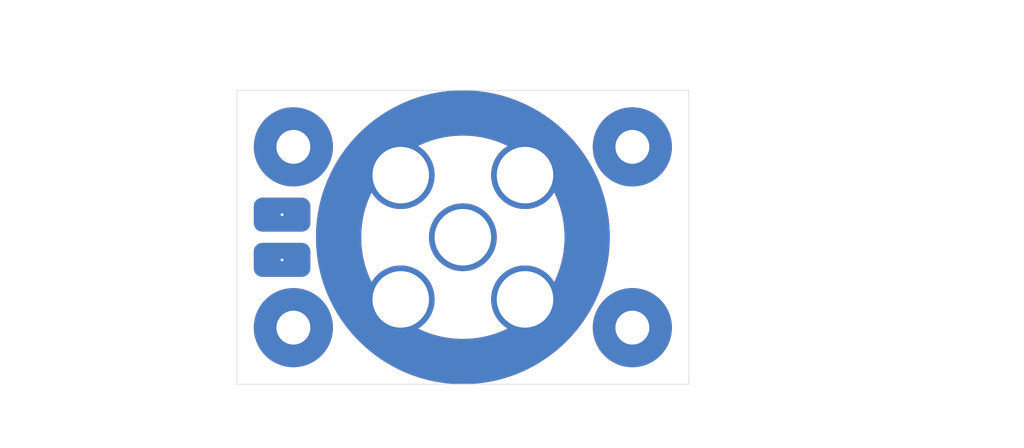
<source format=kicad_pcb>
(kicad_pcb (version 20171130) (host pcbnew 5.1.9+dfsg1-1)

  (general
    (thickness 1.6)
    (drawings 14)
    (tracks 0)
    (zones 0)
    (modules 6)
    (nets 3)
  )

  (page A4)
  (layers
    (0 F.Cu signal)
    (1 In1.Cu signal)
    (2 In2.Cu signal)
    (31 B.Cu signal)
    (32 B.Adhes user)
    (33 F.Adhes user)
    (34 B.Paste user)
    (35 F.Paste user)
    (36 B.SilkS user)
    (37 F.SilkS user)
    (38 B.Mask user)
    (39 F.Mask user)
    (40 Dwgs.User user)
    (41 Cmts.User user)
    (42 Eco1.User user)
    (43 Eco2.User user)
    (44 Edge.Cuts user)
    (45 Margin user)
    (46 B.CrtYd user)
    (47 F.CrtYd user)
    (48 B.Fab user)
    (49 F.Fab user)
  )

  (setup
    (last_trace_width 0.25)
    (trace_clearance 0.2)
    (zone_clearance 0.508)
    (zone_45_only no)
    (trace_min 0.2)
    (via_size 0.8)
    (via_drill 0.4)
    (via_min_size 0.4)
    (via_min_drill 0.3)
    (uvia_size 0.3)
    (uvia_drill 0.1)
    (uvias_allowed no)
    (uvia_min_size 0.2)
    (uvia_min_drill 0.1)
    (edge_width 0.05)
    (segment_width 0.2)
    (pcb_text_width 0.3)
    (pcb_text_size 1.5 1.5)
    (mod_edge_width 0.12)
    (mod_text_size 1 1)
    (mod_text_width 0.15)
    (pad_size 1.524 1.524)
    (pad_drill 0.762)
    (pad_to_mask_clearance 0)
    (aux_axis_origin 0 0)
    (visible_elements FFFFFF7F)
    (pcbplotparams
      (layerselection 0x010fc_ffffffff)
      (usegerberextensions false)
      (usegerberattributes true)
      (usegerberadvancedattributes true)
      (creategerberjobfile true)
      (excludeedgelayer true)
      (linewidth 0.100000)
      (plotframeref false)
      (viasonmask false)
      (mode 1)
      (useauxorigin false)
      (hpglpennumber 1)
      (hpglpenspeed 20)
      (hpglpendiameter 15.000000)
      (psnegative false)
      (psa4output false)
      (plotreference true)
      (plotvalue true)
      (plotinvisibletext false)
      (padsonsilk false)
      (subtractmaskfromsilk false)
      (outputformat 1)
      (mirror false)
      (drillshape 1)
      (scaleselection 1)
      (outputdirectory ""))
  )

  (net 0 "")
  (net 1 "Net-(J1-Pad1)")
  (net 2 "Net-(J1-Pad2)")

  (net_class Default "This is the default net class."
    (clearance 0.2)
    (trace_width 0.25)
    (via_dia 0.8)
    (via_drill 0.4)
    (uvia_dia 0.3)
    (uvia_drill 0.1)
    (add_net "Net-(J1-Pad1)")
    (add_net "Net-(J1-Pad2)")
  )

  (module custom-footprints:solder-pin-th-2pin (layer F.Cu) (tedit 63D230B7) (tstamp 63D39143)
    (at 119 95 90)
    (path /63D397E7)
    (fp_text reference J1 (at 0 0.5 90) (layer F.SilkS) hide
      (effects (font (size 1 1) (thickness 0.15)))
    )
    (fp_text value Conn_01x02_Female (at 0 -0.5 90) (layer F.Fab)
      (effects (font (size 1 1) (thickness 0.15)))
    )
    (pad 1 thru_hole roundrect (at 0 0 90) (size 3 5) (drill 0.25) (layers *.Cu *.Mask) (roundrect_rratio 0.25)
      (net 1 "Net-(J1-Pad1)"))
    (pad 2 thru_hole roundrect (at 4 0 90) (size 3 5) (drill 0.25) (layers *.Cu *.Mask) (roundrect_rratio 0.25)
      (net 2 "Net-(J1-Pad2)"))
  )

  (module custom-footprints:m3-d7-mounting-hole (layer F.Cu) (tedit 63D337D0) (tstamp 63D39148)
    (at 150 101)
    (path /63D39BDB)
    (fp_text reference J2 (at 0 0.5) (layer F.SilkS) hide
      (effects (font (size 1 1) (thickness 0.15)))
    )
    (fp_text value BOLT-HOLE (at 0 -0.5) (layer F.Fab)
      (effects (font (size 1 1) (thickness 0.15)))
    )
    (pad 1 thru_hole circle (at 0 0) (size 7 7) (drill 3) (layers *.Cu *.Mask)
      (net 2 "Net-(J1-Pad2)"))
  )

  (module custom-footprints:m3-d7-mounting-hole (layer F.Cu) (tedit 63D337D0) (tstamp 63D3914D)
    (at 120 85)
    (path /63D3A011)
    (fp_text reference J3 (at 0 0.5) (layer F.SilkS) hide
      (effects (font (size 1 1) (thickness 0.15)))
    )
    (fp_text value BOLT-HOLE (at 0 -0.5) (layer F.Fab)
      (effects (font (size 1 1) (thickness 0.15)))
    )
    (pad 1 thru_hole circle (at 0 0) (size 7 7) (drill 3) (layers *.Cu *.Mask)
      (net 2 "Net-(J1-Pad2)"))
  )

  (module custom-footprints:m3-d7-mounting-hole (layer F.Cu) (tedit 63D337D0) (tstamp 63D39152)
    (at 120 101)
    (path /63D3A1E1)
    (fp_text reference J4 (at 0 0.5) (layer F.SilkS) hide
      (effects (font (size 1 1) (thickness 0.15)))
    )
    (fp_text value BOLT-HOLE (at 0 -0.5) (layer F.Fab)
      (effects (font (size 1 1) (thickness 0.15)))
    )
    (pad 1 thru_hole circle (at 0 0) (size 7 7) (drill 3) (layers *.Cu *.Mask)
      (net 2 "Net-(J1-Pad2)"))
  )

  (module custom-footprints:m3-d7-mounting-hole (layer F.Cu) (tedit 63D337D0) (tstamp 63D39157)
    (at 150 85)
    (path /63D3A477)
    (fp_text reference J5 (at 0 0.5) (layer F.SilkS) hide
      (effects (font (size 1 1) (thickness 0.15)))
    )
    (fp_text value BOLT-HOLE (at 0 -0.5) (layer F.Fab)
      (effects (font (size 1 1) (thickness 0.15)))
    )
    (pad 1 thru_hole circle (at 0 0) (size 7 7) (drill 3) (layers *.Cu *.Mask)
      (net 2 "Net-(J1-Pad2)"))
  )

  (module custom-footprints:dragon-hotend-cutout (layer F.Cu) (tedit 63D33714) (tstamp 63D39164)
    (at 135 93)
    (path /63D3AC0F)
    (fp_text reference J6 (at 0 0.5) (layer F.SilkS) hide
      (effects (font (size 1 1) (thickness 0.15)))
    )
    (fp_text value DRAGON-HOTEND-SLOT (at 0 -0.5) (layer F.Fab)
      (effects (font (size 1 1) (thickness 0.15)))
    )
    (fp_circle (center 0 0) (end 11 0) (layer F.Mask) (width 4))
    (fp_circle (center 0 0) (end 11 0) (layer B.Mask) (width 4))
    (fp_circle (center 0 0) (end 11 0) (layer B.Cu) (width 4))
    (fp_circle (center 0 0) (end 11 0) (layer F.Cu) (width 4))
    (pad 1 thru_hole circle (at 5.5 -5.5) (size 6 6) (drill 5) (layers *.Cu *.Mask)
      (net 1 "Net-(J1-Pad1)"))
    (pad 1 thru_hole circle (at 5.5 5.5) (size 6 6) (drill 5) (layers *.Cu *.Mask)
      (net 1 "Net-(J1-Pad1)"))
    (pad 1 thru_hole circle (at -5.5 5.5) (size 6 6) (drill 5) (layers *.Cu *.Mask)
      (net 1 "Net-(J1-Pad1)"))
    (pad 1 thru_hole circle (at -5.5 -5.5) (size 6 6) (drill 5) (layers *.Cu *.Mask)
      (net 1 "Net-(J1-Pad1)"))
    (pad 1 thru_hole circle (at 0 0) (size 6 6) (drill 5) (layers *.Cu *.Mask)
      (net 1 "Net-(J1-Pad1)"))
  )

  (dimension 26 (width 0.15) (layer Dwgs.User)
    (gr_text "26.000 mm" (at 97.7 93 270) (layer Dwgs.User)
      (effects (font (size 1 1) (thickness 0.15)))
    )
    (feature1 (pts (xy 110 106) (xy 98.413579 106)))
    (feature2 (pts (xy 110 80) (xy 98.413579 80)))
    (crossbar (pts (xy 99 80) (xy 99 106)))
    (arrow1a (pts (xy 99 106) (xy 98.413579 104.873496)))
    (arrow1b (pts (xy 99 106) (xy 99.586421 104.873496)))
    (arrow2a (pts (xy 99 80) (xy 98.413579 81.126504)))
    (arrow2b (pts (xy 99 80) (xy 99.586421 81.126504)))
  )
  (dimension 50 (width 0.15) (layer Dwgs.User)
    (gr_text "50.000 mm" (at 135 72.7) (layer Dwgs.User)
      (effects (font (size 1 1) (thickness 0.15)))
    )
    (feature1 (pts (xy 160 80) (xy 160 73.413579)))
    (feature2 (pts (xy 110 80) (xy 110 73.413579)))
    (crossbar (pts (xy 110 74) (xy 160 74)))
    (arrow1a (pts (xy 160 74) (xy 158.873496 74.586421)))
    (arrow1b (pts (xy 160 74) (xy 158.873496 73.413579)))
    (arrow2a (pts (xy 110 74) (xy 111.126504 74.586421)))
    (arrow2b (pts (xy 110 74) (xy 111.126504 73.413579)))
  )
  (dimension 40 (width 0.15) (layer Dwgs.User)
    (gr_text "40.000 mm" (at 135 75.7) (layer Dwgs.User)
      (effects (font (size 1 1) (thickness 0.15)))
    )
    (feature1 (pts (xy 115 85) (xy 115 76.413579)))
    (feature2 (pts (xy 155 85) (xy 155 76.413579)))
    (crossbar (pts (xy 155 77) (xy 115 77)))
    (arrow1a (pts (xy 115 77) (xy 116.126504 76.413579)))
    (arrow1b (pts (xy 115 77) (xy 116.126504 77.586421)))
    (arrow2a (pts (xy 155 77) (xy 153.873496 76.413579)))
    (arrow2b (pts (xy 155 77) (xy 153.873496 77.586421)))
  )
  (dimension 16 (width 0.15) (layer Dwgs.User)
    (gr_text "16.000 mm" (at 183.3 93 90) (layer Dwgs.User)
      (effects (font (size 1 1) (thickness 0.15)))
    )
    (feature1 (pts (xy 155 85) (xy 182.586421 85)))
    (feature2 (pts (xy 155 101) (xy 182.586421 101)))
    (crossbar (pts (xy 182 101) (xy 182 85)))
    (arrow1a (pts (xy 182 85) (xy 182.586421 86.126504)))
    (arrow1b (pts (xy 182 85) (xy 181.413579 86.126504)))
    (arrow2a (pts (xy 182 101) (xy 182.586421 99.873496)))
    (arrow2b (pts (xy 182 101) (xy 181.413579 99.873496)))
  )
  (gr_line (start 115 106) (end 115 80) (layer Edge.Cuts) (width 0.05) (tstamp 63D3924A))
  (gr_line (start 155 106) (end 115 106) (layer Edge.Cuts) (width 0.05))
  (gr_line (start 155 80) (end 155 106) (layer Edge.Cuts) (width 0.05))
  (gr_line (start 115 80) (end 155 80) (layer Edge.Cuts) (width 0.05))
  (dimension 20 (width 0.15) (layer Dwgs.User)
    (gr_text "20.000 mm" (at 145 112.3) (layer Dwgs.User)
      (effects (font (size 1 1) (thickness 0.15)))
    )
    (feature1 (pts (xy 155 79) (xy 155 111.586421)))
    (feature2 (pts (xy 135 79) (xy 135 111.586421)))
    (crossbar (pts (xy 135 111) (xy 155 111)))
    (arrow1a (pts (xy 155 111) (xy 153.873496 111.586421)))
    (arrow1b (pts (xy 155 111) (xy 153.873496 110.413579)))
    (arrow2a (pts (xy 135 111) (xy 136.126504 111.586421)))
    (arrow2b (pts (xy 135 111) (xy 136.126504 110.413579)))
  )
  (dimension 20 (width 0.15) (layer Dwgs.User)
    (gr_text "20.000 mm" (at 125 111.3) (layer Dwgs.User)
      (effects (font (size 1 1) (thickness 0.15)))
    )
    (feature1 (pts (xy 115 79) (xy 115 110.586421)))
    (feature2 (pts (xy 135 79) (xy 135 110.586421)))
    (crossbar (pts (xy 135 110) (xy 115 110)))
    (arrow1a (pts (xy 115 110) (xy 116.126504 109.413579)))
    (arrow1b (pts (xy 115 110) (xy 116.126504 110.586421)))
    (arrow2a (pts (xy 135 110) (xy 133.873496 109.413579)))
    (arrow2b (pts (xy 135 110) (xy 133.873496 110.586421)))
  )
  (dimension 40 (width 0.15) (layer Dwgs.User)
    (gr_text "40.000 mm" (at 115 94.3) (layer Dwgs.User)
      (effects (font (size 1 1) (thickness 0.15)))
    )
    (feature1 (pts (xy 95 85) (xy 95 93.586421)))
    (feature2 (pts (xy 135 85) (xy 135 93.586421)))
    (crossbar (pts (xy 135 93) (xy 95 93)))
    (arrow1a (pts (xy 95 93) (xy 96.126504 92.413579)))
    (arrow1b (pts (xy 95 93) (xy 96.126504 93.586421)))
    (arrow2a (pts (xy 135 93) (xy 133.873496 92.413579)))
    (arrow2b (pts (xy 135 93) (xy 133.873496 93.586421)))
  )
  (dimension 40 (width 0.15) (layer Dwgs.User)
    (gr_text "40.000 mm" (at 155 102.3) (layer Dwgs.User)
      (effects (font (size 1 1) (thickness 0.15)))
    )
    (feature1 (pts (xy 175 93) (xy 175 101.586421)))
    (feature2 (pts (xy 135 93) (xy 135 101.586421)))
    (crossbar (pts (xy 135 101) (xy 175 101)))
    (arrow1a (pts (xy 175 101) (xy 173.873496 101.586421)))
    (arrow1b (pts (xy 175 101) (xy 173.873496 100.413579)))
    (arrow2a (pts (xy 135 101) (xy 136.126504 101.586421)))
    (arrow2b (pts (xy 135 101) (xy 136.126504 100.413579)))
  )
  (dimension 40 (width 0.15) (layer Dwgs.User)
    (gr_text "40.000 mm" (at 155 83.7) (layer Dwgs.User)
      (effects (font (size 1 1) (thickness 0.15)))
    )
    (feature1 (pts (xy 175 93) (xy 175 84.413579)))
    (feature2 (pts (xy 135 93) (xy 135 84.413579)))
    (crossbar (pts (xy 135 85) (xy 175 85)))
    (arrow1a (pts (xy 175 85) (xy 173.873496 85.586421)))
    (arrow1b (pts (xy 175 85) (xy 173.873496 84.413579)))
    (arrow2a (pts (xy 135 85) (xy 136.126504 85.586421)))
    (arrow2b (pts (xy 135 85) (xy 136.126504 84.413579)))
  )
  (dimension 40 (width 0.15) (layer Dwgs.User)
    (gr_text "40.000 mm" (at 115 102.3) (layer Dwgs.User)
      (effects (font (size 1 1) (thickness 0.15)))
    )
    (feature1 (pts (xy 95 93) (xy 95 101.586421)))
    (feature2 (pts (xy 135 93) (xy 135 101.586421)))
    (crossbar (pts (xy 135 101) (xy 95 101)))
    (arrow1a (pts (xy 95 101) (xy 96.126504 100.413579)))
    (arrow1b (pts (xy 95 101) (xy 96.126504 101.586421)))
    (arrow2a (pts (xy 135 101) (xy 133.873496 100.413579)))
    (arrow2b (pts (xy 135 101) (xy 133.873496 101.586421)))
  )

  (zone (net 2) (net_name "Net-(J1-Pad2)") (layer In1.Cu) (tstamp 63D392B2) (hatch edge 0.508)
    (connect_pads (clearance 0.508))
    (min_thickness 0.254)
    (fill yes (arc_segments 32) (thermal_gap 0.508) (thermal_bridge_width 0.508))
    (polygon
      (pts
        (xy 155 106) (xy 115 106) (xy 115 80) (xy 155 80)
      )
    )
    (filled_polygon
      (pts
        (xy 154.873 105.34) (xy 115.127 105.34) (xy 115.127 103.914155) (xy 117.26545 103.914155) (xy 117.661634 104.43455)
        (xy 118.376612 104.824748) (xy 119.153976 105.067964) (xy 119.963853 105.154851) (xy 120.775118 105.082069) (xy 121.556597 104.852415)
        (xy 122.278256 104.474715) (xy 122.338366 104.43455) (xy 122.73455 103.914155) (xy 147.26545 103.914155) (xy 147.661634 104.43455)
        (xy 148.376612 104.824748) (xy 149.153976 105.067964) (xy 149.963853 105.154851) (xy 150.775118 105.082069) (xy 151.556597 104.852415)
        (xy 152.278256 104.474715) (xy 152.338366 104.43455) (xy 152.73455 103.914155) (xy 150 101.179605) (xy 147.26545 103.914155)
        (xy 122.73455 103.914155) (xy 120 101.179605) (xy 117.26545 103.914155) (xy 115.127 103.914155) (xy 115.127 100.963853)
        (xy 115.845149 100.963853) (xy 115.917931 101.775118) (xy 116.147585 102.556597) (xy 116.525285 103.278256) (xy 116.56545 103.338366)
        (xy 117.085845 103.73455) (xy 119.820395 101) (xy 120.179605 101) (xy 122.914155 103.73455) (xy 123.43455 103.338366)
        (xy 123.824748 102.623388) (xy 124.067964 101.846024) (xy 124.154851 101.036147) (xy 124.082069 100.224882) (xy 123.852415 99.443403)
        (xy 123.474715 98.721744) (xy 123.43455 98.661634) (xy 122.914155 98.26545) (xy 120.179605 101) (xy 119.820395 101)
        (xy 117.085845 98.26545) (xy 116.56545 98.661634) (xy 116.175252 99.376612) (xy 115.932036 100.153976) (xy 115.845149 100.963853)
        (xy 115.127 100.963853) (xy 115.127 92.5) (xy 115.861928 92.5) (xy 115.874188 92.624482) (xy 115.910498 92.74418)
        (xy 115.969463 92.854494) (xy 116.048815 92.951185) (xy 116.145506 93.030537) (xy 116.25582 93.089502) (xy 116.375518 93.125812)
        (xy 116.435173 93.131687) (xy 116.268485 93.268485) (xy 116.09586 93.478829) (xy 115.967589 93.718808) (xy 115.888599 93.979201)
        (xy 115.861928 94.25) (xy 115.861928 95.75) (xy 115.888599 96.020799) (xy 115.967589 96.281192) (xy 116.09586 96.521171)
        (xy 116.268485 96.731515) (xy 116.478829 96.90414) (xy 116.718808 97.032411) (xy 116.979201 97.111401) (xy 117.25 97.138072)
        (xy 118.475774 97.138072) (xy 118.443403 97.147585) (xy 117.721744 97.525285) (xy 117.661634 97.56545) (xy 117.26545 98.085845)
        (xy 120 100.820395) (xy 122.678411 98.141984) (xy 125.865 98.141984) (xy 125.865 98.858016) (xy 126.004691 99.56029)
        (xy 126.278705 100.221818) (xy 126.676511 100.817177) (xy 127.182823 101.323489) (xy 127.778182 101.721295) (xy 128.43971 101.995309)
        (xy 129.141984 102.135) (xy 129.858016 102.135) (xy 130.56029 101.995309) (xy 131.221818 101.721295) (xy 131.817177 101.323489)
        (xy 132.323489 100.817177) (xy 132.721295 100.221818) (xy 132.995309 99.56029) (xy 133.135 98.858016) (xy 133.135 98.141984)
        (xy 136.865 98.141984) (xy 136.865 98.858016) (xy 137.004691 99.56029) (xy 137.278705 100.221818) (xy 137.676511 100.817177)
        (xy 138.182823 101.323489) (xy 138.778182 101.721295) (xy 139.43971 101.995309) (xy 140.141984 102.135) (xy 140.858016 102.135)
        (xy 141.56029 101.995309) (xy 142.221818 101.721295) (xy 142.817177 101.323489) (xy 143.176813 100.963853) (xy 145.845149 100.963853)
        (xy 145.917931 101.775118) (xy 146.147585 102.556597) (xy 146.525285 103.278256) (xy 146.56545 103.338366) (xy 147.085845 103.73455)
        (xy 149.820395 101) (xy 150.179605 101) (xy 152.914155 103.73455) (xy 153.43455 103.338366) (xy 153.824748 102.623388)
        (xy 154.067964 101.846024) (xy 154.154851 101.036147) (xy 154.082069 100.224882) (xy 153.852415 99.443403) (xy 153.474715 98.721744)
        (xy 153.43455 98.661634) (xy 152.914155 98.26545) (xy 150.179605 101) (xy 149.820395 101) (xy 147.085845 98.26545)
        (xy 146.56545 98.661634) (xy 146.175252 99.376612) (xy 145.932036 100.153976) (xy 145.845149 100.963853) (xy 143.176813 100.963853)
        (xy 143.323489 100.817177) (xy 143.721295 100.221818) (xy 143.995309 99.56029) (xy 144.135 98.858016) (xy 144.135 98.141984)
        (xy 144.123834 98.085845) (xy 147.26545 98.085845) (xy 150 100.820395) (xy 152.73455 98.085845) (xy 152.338366 97.56545)
        (xy 151.623388 97.175252) (xy 150.846024 96.932036) (xy 150.036147 96.845149) (xy 149.224882 96.917931) (xy 148.443403 97.147585)
        (xy 147.721744 97.525285) (xy 147.661634 97.56545) (xy 147.26545 98.085845) (xy 144.123834 98.085845) (xy 143.995309 97.43971)
        (xy 143.721295 96.778182) (xy 143.323489 96.182823) (xy 142.817177 95.676511) (xy 142.221818 95.278705) (xy 141.56029 95.004691)
        (xy 140.858016 94.865) (xy 140.141984 94.865) (xy 139.43971 95.004691) (xy 138.778182 95.278705) (xy 138.182823 95.676511)
        (xy 137.676511 96.182823) (xy 137.278705 96.778182) (xy 137.004691 97.43971) (xy 136.865 98.141984) (xy 133.135 98.141984)
        (xy 132.995309 97.43971) (xy 132.721295 96.778182) (xy 132.323489 96.182823) (xy 131.817177 95.676511) (xy 131.221818 95.278705)
        (xy 130.56029 95.004691) (xy 129.858016 94.865) (xy 129.141984 94.865) (xy 128.43971 95.004691) (xy 127.778182 95.278705)
        (xy 127.182823 95.676511) (xy 126.676511 96.182823) (xy 126.278705 96.778182) (xy 126.004691 97.43971) (xy 125.865 98.141984)
        (xy 122.678411 98.141984) (xy 122.73455 98.085845) (xy 122.338366 97.56545) (xy 121.623388 97.175252) (xy 121.223133 97.050023)
        (xy 121.281192 97.032411) (xy 121.521171 96.90414) (xy 121.731515 96.731515) (xy 121.90414 96.521171) (xy 122.032411 96.281192)
        (xy 122.111401 96.020799) (xy 122.138072 95.75) (xy 122.138072 94.25) (xy 122.111401 93.979201) (xy 122.032411 93.718808)
        (xy 121.90414 93.478829) (xy 121.731515 93.268485) (xy 121.564827 93.131687) (xy 121.624482 93.125812) (xy 121.74418 93.089502)
        (xy 121.854494 93.030537) (xy 121.951185 92.951185) (xy 122.030537 92.854494) (xy 122.089502 92.74418) (xy 122.120502 92.641984)
        (xy 131.365 92.641984) (xy 131.365 93.358016) (xy 131.504691 94.06029) (xy 131.778705 94.721818) (xy 132.176511 95.317177)
        (xy 132.682823 95.823489) (xy 133.278182 96.221295) (xy 133.93971 96.495309) (xy 134.641984 96.635) (xy 135.358016 96.635)
        (xy 136.06029 96.495309) (xy 136.721818 96.221295) (xy 137.317177 95.823489) (xy 137.823489 95.317177) (xy 138.221295 94.721818)
        (xy 138.495309 94.06029) (xy 138.635 93.358016) (xy 138.635 92.641984) (xy 138.495309 91.93971) (xy 138.221295 91.278182)
        (xy 137.823489 90.682823) (xy 137.317177 90.176511) (xy 136.721818 89.778705) (xy 136.06029 89.504691) (xy 135.358016 89.365)
        (xy 134.641984 89.365) (xy 133.93971 89.504691) (xy 133.278182 89.778705) (xy 132.682823 90.176511) (xy 132.176511 90.682823)
        (xy 131.778705 91.278182) (xy 131.504691 91.93971) (xy 131.365 92.641984) (xy 122.120502 92.641984) (xy 122.125812 92.624482)
        (xy 122.138072 92.5) (xy 122.135 91.28575) (xy 121.97625 91.127) (xy 119.127 91.127) (xy 119.127 91.147)
        (xy 118.873 91.147) (xy 118.873 91.127) (xy 116.02375 91.127) (xy 115.865 91.28575) (xy 115.861928 92.5)
        (xy 115.127 92.5) (xy 115.127 89.5) (xy 115.861928 89.5) (xy 115.865 90.71425) (xy 116.02375 90.873)
        (xy 118.873 90.873) (xy 118.873 90.853) (xy 119.127 90.853) (xy 119.127 90.873) (xy 121.97625 90.873)
        (xy 122.135 90.71425) (xy 122.138072 89.5) (xy 122.125812 89.375518) (xy 122.089502 89.25582) (xy 122.030537 89.145506)
        (xy 121.951185 89.048815) (xy 121.854494 88.969463) (xy 121.74418 88.910498) (xy 121.624482 88.874188) (xy 121.518145 88.863715)
        (xy 121.556597 88.852415) (xy 122.278256 88.474715) (xy 122.338366 88.43455) (xy 122.73455 87.914155) (xy 120 85.179605)
        (xy 117.26545 87.914155) (xy 117.661634 88.43455) (xy 118.376612 88.824748) (xy 118.504334 88.864709) (xy 116.5 88.861928)
        (xy 116.375518 88.874188) (xy 116.25582 88.910498) (xy 116.145506 88.969463) (xy 116.048815 89.048815) (xy 115.969463 89.145506)
        (xy 115.910498 89.25582) (xy 115.874188 89.375518) (xy 115.861928 89.5) (xy 115.127 89.5) (xy 115.127 84.963853)
        (xy 115.845149 84.963853) (xy 115.917931 85.775118) (xy 116.147585 86.556597) (xy 116.525285 87.278256) (xy 116.56545 87.338366)
        (xy 117.085845 87.73455) (xy 119.820395 85) (xy 120.179605 85) (xy 122.914155 87.73455) (xy 123.43455 87.338366)
        (xy 123.541725 87.141984) (xy 125.865 87.141984) (xy 125.865 87.858016) (xy 126.004691 88.56029) (xy 126.278705 89.221818)
        (xy 126.676511 89.817177) (xy 127.182823 90.323489) (xy 127.778182 90.721295) (xy 128.43971 90.995309) (xy 129.141984 91.135)
        (xy 129.858016 91.135) (xy 130.56029 90.995309) (xy 131.221818 90.721295) (xy 131.817177 90.323489) (xy 132.323489 89.817177)
        (xy 132.721295 89.221818) (xy 132.995309 88.56029) (xy 133.135 87.858016) (xy 133.135 87.141984) (xy 136.865 87.141984)
        (xy 136.865 87.858016) (xy 137.004691 88.56029) (xy 137.278705 89.221818) (xy 137.676511 89.817177) (xy 138.182823 90.323489)
        (xy 138.778182 90.721295) (xy 139.43971 90.995309) (xy 140.141984 91.135) (xy 140.858016 91.135) (xy 141.56029 90.995309)
        (xy 142.221818 90.721295) (xy 142.817177 90.323489) (xy 143.323489 89.817177) (xy 143.721295 89.221818) (xy 143.995309 88.56029)
        (xy 144.123833 87.914155) (xy 147.26545 87.914155) (xy 147.661634 88.43455) (xy 148.376612 88.824748) (xy 149.153976 89.067964)
        (xy 149.963853 89.154851) (xy 150.775118 89.082069) (xy 151.556597 88.852415) (xy 152.278256 88.474715) (xy 152.338366 88.43455)
        (xy 152.73455 87.914155) (xy 150 85.179605) (xy 147.26545 87.914155) (xy 144.123833 87.914155) (xy 144.135 87.858016)
        (xy 144.135 87.141984) (xy 143.995309 86.43971) (xy 143.721295 85.778182) (xy 143.323489 85.182823) (xy 143.104519 84.963853)
        (xy 145.845149 84.963853) (xy 145.917931 85.775118) (xy 146.147585 86.556597) (xy 146.525285 87.278256) (xy 146.56545 87.338366)
        (xy 147.085845 87.73455) (xy 149.820395 85) (xy 150.179605 85) (xy 152.914155 87.73455) (xy 153.43455 87.338366)
        (xy 153.824748 86.623388) (xy 154.067964 85.846024) (xy 154.154851 85.036147) (xy 154.082069 84.224882) (xy 153.852415 83.443403)
        (xy 153.474715 82.721744) (xy 153.43455 82.661634) (xy 152.914155 82.26545) (xy 150.179605 85) (xy 149.820395 85)
        (xy 147.085845 82.26545) (xy 146.56545 82.661634) (xy 146.175252 83.376612) (xy 145.932036 84.153976) (xy 145.845149 84.963853)
        (xy 143.104519 84.963853) (xy 142.817177 84.676511) (xy 142.221818 84.278705) (xy 141.56029 84.004691) (xy 140.858016 83.865)
        (xy 140.141984 83.865) (xy 139.43971 84.004691) (xy 138.778182 84.278705) (xy 138.182823 84.676511) (xy 137.676511 85.182823)
        (xy 137.278705 85.778182) (xy 137.004691 86.43971) (xy 136.865 87.141984) (xy 133.135 87.141984) (xy 132.995309 86.43971)
        (xy 132.721295 85.778182) (xy 132.323489 85.182823) (xy 131.817177 84.676511) (xy 131.221818 84.278705) (xy 130.56029 84.004691)
        (xy 129.858016 83.865) (xy 129.141984 83.865) (xy 128.43971 84.004691) (xy 127.778182 84.278705) (xy 127.182823 84.676511)
        (xy 126.676511 85.182823) (xy 126.278705 85.778182) (xy 126.004691 86.43971) (xy 125.865 87.141984) (xy 123.541725 87.141984)
        (xy 123.824748 86.623388) (xy 124.067964 85.846024) (xy 124.154851 85.036147) (xy 124.082069 84.224882) (xy 123.852415 83.443403)
        (xy 123.474715 82.721744) (xy 123.43455 82.661634) (xy 122.914155 82.26545) (xy 120.179605 85) (xy 119.820395 85)
        (xy 117.085845 82.26545) (xy 116.56545 82.661634) (xy 116.175252 83.376612) (xy 115.932036 84.153976) (xy 115.845149 84.963853)
        (xy 115.127 84.963853) (xy 115.127 82.085845) (xy 117.26545 82.085845) (xy 120 84.820395) (xy 122.73455 82.085845)
        (xy 147.26545 82.085845) (xy 150 84.820395) (xy 152.73455 82.085845) (xy 152.338366 81.56545) (xy 151.623388 81.175252)
        (xy 150.846024 80.932036) (xy 150.036147 80.845149) (xy 149.224882 80.917931) (xy 148.443403 81.147585) (xy 147.721744 81.525285)
        (xy 147.661634 81.56545) (xy 147.26545 82.085845) (xy 122.73455 82.085845) (xy 122.338366 81.56545) (xy 121.623388 81.175252)
        (xy 120.846024 80.932036) (xy 120.036147 80.845149) (xy 119.224882 80.917931) (xy 118.443403 81.147585) (xy 117.721744 81.525285)
        (xy 117.661634 81.56545) (xy 117.26545 82.085845) (xy 115.127 82.085845) (xy 115.127 80.66) (xy 154.873 80.66)
      )
    )
  )
  (zone (net 1) (net_name "Net-(J1-Pad1)") (layer In2.Cu) (tstamp 63D392AF) (hatch edge 0.508)
    (connect_pads (clearance 0.508))
    (min_thickness 0.254)
    (fill yes (arc_segments 32) (thermal_gap 0.508) (thermal_bridge_width 0.508))
    (polygon
      (pts
        (xy 155 106) (xy 115 106) (xy 115 80) (xy 155 80)
      )
    )
    (filled_polygon
      (pts
        (xy 154.873 105.34) (xy 115.66 105.34) (xy 115.66 96.5) (xy 115.861928 96.5) (xy 115.874188 96.624482)
        (xy 115.910498 96.74418) (xy 115.969463 96.854494) (xy 116.048815 96.951185) (xy 116.145506 97.030537) (xy 116.25582 97.089502)
        (xy 116.375518 97.125812) (xy 116.5 97.138072) (xy 118.525027 97.135263) (xy 118.041343 97.335611) (xy 117.364091 97.788136)
        (xy 116.788136 98.364091) (xy 116.335611 99.041343) (xy 116.023906 99.793865) (xy 115.865 100.592738) (xy 115.865 101.407262)
        (xy 116.023906 102.206135) (xy 116.335611 102.958657) (xy 116.788136 103.635909) (xy 117.364091 104.211864) (xy 118.041343 104.664389)
        (xy 118.793865 104.976094) (xy 119.592738 105.135) (xy 120.407262 105.135) (xy 121.206135 104.976094) (xy 121.958657 104.664389)
        (xy 122.635909 104.211864) (xy 123.211864 103.635909) (xy 123.664389 102.958657) (xy 123.976094 102.206135) (xy 124.135 101.407262)
        (xy 124.135 101.058686) (xy 127.120919 101.058686) (xy 127.457106 101.527868) (xy 128.087068 101.868237) (xy 128.771327 102.079166)
        (xy 129.483589 102.15255) (xy 130.196482 102.085569) (xy 130.882609 101.880796) (xy 131.515603 101.546102) (xy 131.542894 101.527868)
        (xy 131.879081 101.058686) (xy 138.120919 101.058686) (xy 138.457106 101.527868) (xy 139.087068 101.868237) (xy 139.771327 102.079166)
        (xy 140.483589 102.15255) (xy 141.196482 102.085569) (xy 141.882609 101.880796) (xy 142.515603 101.546102) (xy 142.542894 101.527868)
        (xy 142.879081 101.058686) (xy 140.5 98.679605) (xy 138.120919 101.058686) (xy 131.879081 101.058686) (xy 129.5 98.679605)
        (xy 127.120919 101.058686) (xy 124.135 101.058686) (xy 124.135 100.592738) (xy 123.976094 99.793865) (xy 123.664389 99.041343)
        (xy 123.29171 98.483589) (xy 125.84745 98.483589) (xy 125.914431 99.196482) (xy 126.119204 99.882609) (xy 126.453898 100.515603)
        (xy 126.472132 100.542894) (xy 126.941314 100.879081) (xy 129.320395 98.5) (xy 129.679605 98.5) (xy 132.058686 100.879081)
        (xy 132.527868 100.542894) (xy 132.868237 99.912932) (xy 133.079166 99.228673) (xy 133.15255 98.516411) (xy 133.149467 98.483589)
        (xy 136.84745 98.483589) (xy 136.914431 99.196482) (xy 137.119204 99.882609) (xy 137.453898 100.515603) (xy 137.472132 100.542894)
        (xy 137.941314 100.879081) (xy 140.320395 98.5) (xy 140.679605 98.5) (xy 143.058686 100.879081) (xy 143.458305 100.592738)
        (xy 145.865 100.592738) (xy 145.865 101.407262) (xy 146.023906 102.206135) (xy 146.335611 102.958657) (xy 146.788136 103.635909)
        (xy 147.364091 104.211864) (xy 148.041343 104.664389) (xy 148.793865 104.976094) (xy 149.592738 105.135) (xy 150.407262 105.135)
        (xy 151.206135 104.976094) (xy 151.958657 104.664389) (xy 152.635909 104.211864) (xy 153.211864 103.635909) (xy 153.664389 102.958657)
        (xy 153.976094 102.206135) (xy 154.135 101.407262) (xy 154.135 100.592738) (xy 153.976094 99.793865) (xy 153.664389 99.041343)
        (xy 153.211864 98.364091) (xy 152.635909 97.788136) (xy 151.958657 97.335611) (xy 151.206135 97.023906) (xy 150.407262 96.865)
        (xy 149.592738 96.865) (xy 148.793865 97.023906) (xy 148.041343 97.335611) (xy 147.364091 97.788136) (xy 146.788136 98.364091)
        (xy 146.335611 99.041343) (xy 146.023906 99.793865) (xy 145.865 100.592738) (xy 143.458305 100.592738) (xy 143.527868 100.542894)
        (xy 143.868237 99.912932) (xy 144.079166 99.228673) (xy 144.15255 98.516411) (xy 144.085569 97.803518) (xy 143.880796 97.117391)
        (xy 143.546102 96.484397) (xy 143.527868 96.457106) (xy 143.058686 96.120919) (xy 140.679605 98.5) (xy 140.320395 98.5)
        (xy 137.941314 96.120919) (xy 137.472132 96.457106) (xy 137.131763 97.087068) (xy 136.920834 97.771327) (xy 136.84745 98.483589)
        (xy 133.149467 98.483589) (xy 133.085569 97.803518) (xy 132.880796 97.117391) (xy 132.546102 96.484397) (xy 132.527868 96.457106)
        (xy 132.058686 96.120919) (xy 129.679605 98.5) (xy 129.320395 98.5) (xy 126.941314 96.120919) (xy 126.472132 96.457106)
        (xy 126.131763 97.087068) (xy 125.920834 97.771327) (xy 125.84745 98.483589) (xy 123.29171 98.483589) (xy 123.211864 98.364091)
        (xy 122.635909 97.788136) (xy 121.958657 97.335611) (xy 121.481695 97.138047) (xy 121.5 97.138072) (xy 121.624482 97.125812)
        (xy 121.74418 97.089502) (xy 121.854494 97.030537) (xy 121.951185 96.951185) (xy 122.030537 96.854494) (xy 122.089502 96.74418)
        (xy 122.125812 96.624482) (xy 122.138072 96.5) (xy 122.136659 95.941314) (xy 127.120919 95.941314) (xy 129.5 98.320395)
        (xy 131.879081 95.941314) (xy 131.604914 95.558686) (xy 132.620919 95.558686) (xy 132.957106 96.027868) (xy 133.587068 96.368237)
        (xy 134.271327 96.579166) (xy 134.983589 96.65255) (xy 135.696482 96.585569) (xy 136.382609 96.380796) (xy 137.015603 96.046102)
        (xy 137.042894 96.027868) (xy 137.104913 95.941314) (xy 138.120919 95.941314) (xy 140.5 98.320395) (xy 142.879081 95.941314)
        (xy 142.542894 95.472132) (xy 141.912932 95.131763) (xy 141.228673 94.920834) (xy 140.516411 94.84745) (xy 139.803518 94.914431)
        (xy 139.117391 95.119204) (xy 138.484397 95.453898) (xy 138.457106 95.472132) (xy 138.120919 95.941314) (xy 137.104913 95.941314)
        (xy 137.379081 95.558686) (xy 135 93.179605) (xy 132.620919 95.558686) (xy 131.604914 95.558686) (xy 131.542894 95.472132)
        (xy 130.912932 95.131763) (xy 130.228673 94.920834) (xy 129.516411 94.84745) (xy 128.803518 94.914431) (xy 128.117391 95.119204)
        (xy 127.484397 95.453898) (xy 127.457106 95.472132) (xy 127.120919 95.941314) (xy 122.136659 95.941314) (xy 122.135 95.28575)
        (xy 121.97625 95.127) (xy 119.127 95.127) (xy 119.127 95.147) (xy 118.873 95.147) (xy 118.873 95.127)
        (xy 116.02375 95.127) (xy 115.865 95.28575) (xy 115.861928 96.5) (xy 115.66 96.5) (xy 115.66 90.25)
        (xy 115.861928 90.25) (xy 115.861928 91.75) (xy 115.888599 92.020799) (xy 115.967589 92.281192) (xy 116.09586 92.521171)
        (xy 116.268485 92.731515) (xy 116.435173 92.868313) (xy 116.375518 92.874188) (xy 116.25582 92.910498) (xy 116.145506 92.969463)
        (xy 116.048815 93.048815) (xy 115.969463 93.145506) (xy 115.910498 93.25582) (xy 115.874188 93.375518) (xy 115.861928 93.5)
        (xy 115.865 94.71425) (xy 116.02375 94.873) (xy 118.873 94.873) (xy 118.873 94.853) (xy 119.127 94.853)
        (xy 119.127 94.873) (xy 121.97625 94.873) (xy 122.135 94.71425) (xy 122.138072 93.5) (xy 122.125812 93.375518)
        (xy 122.089502 93.25582) (xy 122.030537 93.145506) (xy 121.951185 93.048815) (xy 121.871707 92.983589) (xy 131.34745 92.983589)
        (xy 131.414431 93.696482) (xy 131.619204 94.382609) (xy 131.953898 95.015603) (xy 131.972132 95.042894) (xy 132.441314 95.379081)
        (xy 134.820395 93) (xy 135.179605 93) (xy 137.558686 95.379081) (xy 138.027868 95.042894) (xy 138.368237 94.412932)
        (xy 138.579166 93.728673) (xy 138.65255 93.016411) (xy 138.585569 92.303518) (xy 138.380796 91.617391) (xy 138.046102 90.984397)
        (xy 138.027868 90.957106) (xy 137.558686 90.620919) (xy 135.179605 93) (xy 134.820395 93) (xy 132.441314 90.620919)
        (xy 131.972132 90.957106) (xy 131.631763 91.587068) (xy 131.420834 92.271327) (xy 131.34745 92.983589) (xy 121.871707 92.983589)
        (xy 121.854494 92.969463) (xy 121.74418 92.910498) (xy 121.624482 92.874188) (xy 121.564827 92.868313) (xy 121.731515 92.731515)
        (xy 121.90414 92.521171) (xy 122.032411 92.281192) (xy 122.111401 92.020799) (xy 122.138072 91.75) (xy 122.138072 90.25)
        (xy 122.11923 90.058686) (xy 127.120919 90.058686) (xy 127.457106 90.527868) (xy 128.087068 90.868237) (xy 128.771327 91.079166)
        (xy 129.483589 91.15255) (xy 130.196482 91.085569) (xy 130.882609 90.880796) (xy 131.515603 90.546102) (xy 131.542894 90.527868)
        (xy 131.604913 90.441314) (xy 132.620919 90.441314) (xy 135 92.820395) (xy 137.379081 90.441314) (xy 137.104914 90.058686)
        (xy 138.120919 90.058686) (xy 138.457106 90.527868) (xy 139.087068 90.868237) (xy 139.771327 91.079166) (xy 140.483589 91.15255)
        (xy 141.196482 91.085569) (xy 141.882609 90.880796) (xy 142.515603 90.546102) (xy 142.542894 90.527868) (xy 142.879081 90.058686)
        (xy 140.5 87.679605) (xy 138.120919 90.058686) (xy 137.104914 90.058686) (xy 137.042894 89.972132) (xy 136.412932 89.631763)
        (xy 135.728673 89.420834) (xy 135.016411 89.34745) (xy 134.303518 89.414431) (xy 133.617391 89.619204) (xy 132.984397 89.953898)
        (xy 132.957106 89.972132) (xy 132.620919 90.441314) (xy 131.604913 90.441314) (xy 131.879081 90.058686) (xy 129.5 87.679605)
        (xy 127.120919 90.058686) (xy 122.11923 90.058686) (xy 122.111401 89.979201) (xy 122.032411 89.718808) (xy 121.90414 89.478829)
        (xy 121.731515 89.268485) (xy 121.521171 89.09586) (xy 121.281192 88.967589) (xy 121.249718 88.958041) (xy 121.958657 88.664389)
        (xy 122.635909 88.211864) (xy 123.211864 87.635909) (xy 123.31364 87.483589) (xy 125.84745 87.483589) (xy 125.914431 88.196482)
        (xy 126.119204 88.882609) (xy 126.453898 89.515603) (xy 126.472132 89.542894) (xy 126.941314 89.879081) (xy 129.320395 87.5)
        (xy 129.679605 87.5) (xy 132.058686 89.879081) (xy 132.527868 89.542894) (xy 132.868237 88.912932) (xy 133.079166 88.228673)
        (xy 133.15255 87.516411) (xy 133.149467 87.483589) (xy 136.84745 87.483589) (xy 136.914431 88.196482) (xy 137.119204 88.882609)
        (xy 137.453898 89.515603) (xy 137.472132 89.542894) (xy 137.941314 89.879081) (xy 140.320395 87.5) (xy 140.679605 87.5)
        (xy 143.058686 89.879081) (xy 143.527868 89.542894) (xy 143.868237 88.912932) (xy 144.079166 88.228673) (xy 144.15255 87.516411)
        (xy 144.085569 86.803518) (xy 143.880796 86.117391) (xy 143.546102 85.484397) (xy 143.527868 85.457106) (xy 143.058686 85.120919)
        (xy 140.679605 87.5) (xy 140.320395 87.5) (xy 137.941314 85.120919) (xy 137.472132 85.457106) (xy 137.131763 86.087068)
        (xy 136.920834 86.771327) (xy 136.84745 87.483589) (xy 133.149467 87.483589) (xy 133.085569 86.803518) (xy 132.880796 86.117391)
        (xy 132.546102 85.484397) (xy 132.527868 85.457106) (xy 132.058686 85.120919) (xy 129.679605 87.5) (xy 129.320395 87.5)
        (xy 126.941314 85.120919) (xy 126.472132 85.457106) (xy 126.131763 86.087068) (xy 125.920834 86.771327) (xy 125.84745 87.483589)
        (xy 123.31364 87.483589) (xy 123.664389 86.958657) (xy 123.976094 86.206135) (xy 124.135 85.407262) (xy 124.135 84.941314)
        (xy 127.120919 84.941314) (xy 129.5 87.320395) (xy 131.879081 84.941314) (xy 138.120919 84.941314) (xy 140.5 87.320395)
        (xy 142.879081 84.941314) (xy 142.629313 84.592738) (xy 145.865 84.592738) (xy 145.865 85.407262) (xy 146.023906 86.206135)
        (xy 146.335611 86.958657) (xy 146.788136 87.635909) (xy 147.364091 88.211864) (xy 148.041343 88.664389) (xy 148.793865 88.976094)
        (xy 149.592738 89.135) (xy 150.407262 89.135) (xy 151.206135 88.976094) (xy 151.958657 88.664389) (xy 152.635909 88.211864)
        (xy 153.211864 87.635909) (xy 153.664389 86.958657) (xy 153.976094 86.206135) (xy 154.135 85.407262) (xy 154.135 84.592738)
        (xy 153.976094 83.793865) (xy 153.664389 83.041343) (xy 153.211864 82.364091) (xy 152.635909 81.788136) (xy 151.958657 81.335611)
        (xy 151.206135 81.023906) (xy 150.407262 80.865) (xy 149.592738 80.865) (xy 148.793865 81.023906) (xy 148.041343 81.335611)
        (xy 147.364091 81.788136) (xy 146.788136 82.364091) (xy 146.335611 83.041343) (xy 146.023906 83.793865) (xy 145.865 84.592738)
        (xy 142.629313 84.592738) (xy 142.542894 84.472132) (xy 141.912932 84.131763) (xy 141.228673 83.920834) (xy 140.516411 83.84745)
        (xy 139.803518 83.914431) (xy 139.117391 84.119204) (xy 138.484397 84.453898) (xy 138.457106 84.472132) (xy 138.120919 84.941314)
        (xy 131.879081 84.941314) (xy 131.542894 84.472132) (xy 130.912932 84.131763) (xy 130.228673 83.920834) (xy 129.516411 83.84745)
        (xy 128.803518 83.914431) (xy 128.117391 84.119204) (xy 127.484397 84.453898) (xy 127.457106 84.472132) (xy 127.120919 84.941314)
        (xy 124.135 84.941314) (xy 124.135 84.592738) (xy 123.976094 83.793865) (xy 123.664389 83.041343) (xy 123.211864 82.364091)
        (xy 122.635909 81.788136) (xy 121.958657 81.335611) (xy 121.206135 81.023906) (xy 120.407262 80.865) (xy 119.592738 80.865)
        (xy 118.793865 81.023906) (xy 118.041343 81.335611) (xy 117.364091 81.788136) (xy 116.788136 82.364091) (xy 116.335611 83.041343)
        (xy 116.023906 83.793865) (xy 115.865 84.592738) (xy 115.865 85.407262) (xy 116.023906 86.206135) (xy 116.335611 86.958657)
        (xy 116.788136 87.635909) (xy 117.364091 88.211864) (xy 118.041343 88.664389) (xy 118.518244 88.861928) (xy 117.25 88.861928)
        (xy 116.979201 88.888599) (xy 116.718808 88.967589) (xy 116.478829 89.09586) (xy 116.268485 89.268485) (xy 116.09586 89.478829)
        (xy 115.967589 89.718808) (xy 115.888599 89.979201) (xy 115.861928 90.25) (xy 115.66 90.25) (xy 115.66 80.66)
        (xy 154.873 80.66)
      )
    )
  )
)

</source>
